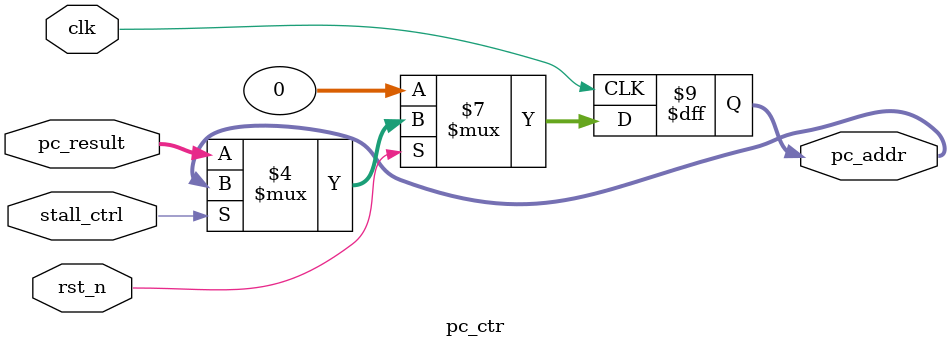
<source format=v>
`timescale 1ns / 1ps


module pc_ctr #(
    parameter WIDTH_I = 32
) (
    clk,
    rst_n,
    stall_ctrl,
    pc_result,
    pc_addr
    );

    input                           clk;
    input                           rst_n;
    input                           stall_ctrl;
    input   [WIDTH_I-1:0]           pc_result;              // pc address to pc counter
    output reg  [WIDTH_I-1:0]       pc_addr;                // pc address from pc counter

    //reg     [WIDTH_I-1:0]           pc_addr_reg;

    always @(posedge clk) begin
        if(~rst_n) begin
            pc_addr <= 0;
        end
        else begin
            if (stall_ctrl) pc_addr <= pc_addr;
            else pc_addr <= pc_result;
        end
    end

    
endmodule

</source>
